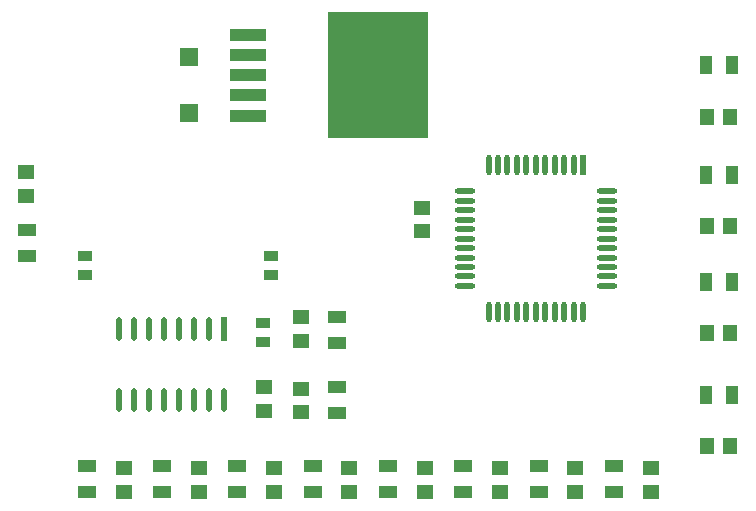
<source format=gtp>
%FSLAX25Y25*%
%MOIN*%
G70*
G01*
G75*
G04 Layer_Color=8421504*
%ADD10R,0.05512X0.04724*%
%ADD11R,0.04921X0.03543*%
%ADD12R,0.33465X0.42126*%
%ADD13R,0.12205X0.04331*%
%ADD14R,0.05906X0.03937*%
%ADD15R,0.05906X0.05906*%
%ADD16R,0.01969X0.07874*%
%ADD17O,0.01969X0.07874*%
%ADD18R,0.03937X0.05906*%
%ADD19R,0.04724X0.05512*%
%ADD20R,0.01969X0.06890*%
%ADD21O,0.01969X0.06890*%
%ADD22O,0.06890X0.01969*%
%ADD23C,0.03937*%
%ADD24C,0.01969*%
%ADD25C,0.01000*%
%ADD26C,0.02362*%
%ADD27C,0.03150*%
%ADD28C,0.01575*%
%ADD29C,0.11811*%
%ADD30C,0.05906*%
%ADD31C,0.06693*%
%ADD32R,0.07087X0.07087*%
%ADD33C,0.07874*%
%ADD34R,0.07087X0.07087*%
%ADD35C,0.07480*%
%ADD36R,0.06693X0.06693*%
%ADD37C,0.10630*%
%ADD38R,0.09843X0.09843*%
%ADD39R,0.09843X0.09843*%
%ADD40C,0.17716*%
%ADD41C,0.04724*%
%ADD42R,0.04724X0.04724*%
G04:AMPARAMS|DCode=43|XSize=98.43mil|YSize=118.11mil|CornerRadius=24.61mil|HoleSize=0mil|Usage=FLASHONLY|Rotation=90.000|XOffset=0mil|YOffset=0mil|HoleType=Round|Shape=RoundedRectangle|*
%AMROUNDEDRECTD43*
21,1,0.09843,0.06890,0,0,90.0*
21,1,0.04921,0.11811,0,0,90.0*
1,1,0.04921,0.03445,0.02461*
1,1,0.04921,0.03445,-0.02461*
1,1,0.04921,-0.03445,-0.02461*
1,1,0.04921,-0.03445,0.02461*
%
%ADD43ROUNDEDRECTD43*%
%ADD44R,0.11811X0.09843*%
%ADD45C,0.04724*%
%ADD46R,0.04724X0.04724*%
%ADD47C,0.06200*%
%ADD48R,0.05906X0.05906*%
%ADD49C,0.01969*%
%ADD50C,0.02362*%
%ADD51R,0.02362X0.05906*%
%ADD52R,0.04724X0.03937*%
%ADD53R,0.04724X0.03543*%
%ADD54R,0.05118X0.03543*%
%ADD55C,0.00787*%
%ADD56C,0.00394*%
%ADD57C,0.00400*%
%ADD58C,0.00500*%
%ADD59C,0.01200*%
%ADD60C,0.00591*%
%ADD61C,0.00600*%
%ADD62C,0.00236*%
%ADD63C,0.00984*%
D10*
X320559Y273031D02*
D03*
Y265158D02*
D03*
X373315Y325000D02*
D03*
Y332874D02*
D03*
X273871Y238213D02*
D03*
Y246087D02*
D03*
X298967Y238213D02*
D03*
Y246087D02*
D03*
X324063Y238213D02*
D03*
Y246087D02*
D03*
X349159Y238213D02*
D03*
Y246087D02*
D03*
X374255Y238213D02*
D03*
Y246087D02*
D03*
X399351Y238213D02*
D03*
Y246087D02*
D03*
X424447Y238213D02*
D03*
Y246087D02*
D03*
X449543Y238213D02*
D03*
Y246087D02*
D03*
X241425Y344685D02*
D03*
Y336811D02*
D03*
X332906Y272606D02*
D03*
Y264732D02*
D03*
Y288606D02*
D03*
Y296480D02*
D03*
D11*
X320472Y288189D02*
D03*
Y294488D02*
D03*
X322921Y310433D02*
D03*
X322921Y316732D02*
D03*
X261110Y310433D02*
D03*
Y316732D02*
D03*
D12*
X358654Y377000D02*
D03*
D13*
X315346Y363598D02*
D03*
Y370299D02*
D03*
Y377000D02*
D03*
Y383701D02*
D03*
Y390402D02*
D03*
D14*
X261638Y246638D02*
D03*
Y237976D02*
D03*
X286734Y246638D02*
D03*
Y237976D02*
D03*
X311830Y246638D02*
D03*
Y237976D02*
D03*
X336926Y246638D02*
D03*
Y237976D02*
D03*
X362022Y246638D02*
D03*
Y237976D02*
D03*
X387118Y246638D02*
D03*
Y237976D02*
D03*
X412214Y246638D02*
D03*
Y237976D02*
D03*
X241740Y325394D02*
D03*
Y316732D02*
D03*
X437310Y246638D02*
D03*
Y237976D02*
D03*
X344905Y273268D02*
D03*
Y264606D02*
D03*
Y287945D02*
D03*
Y296606D02*
D03*
D15*
X295756Y364370D02*
D03*
Y383071D02*
D03*
D16*
X307173Y292323D02*
D03*
D17*
X302173D02*
D03*
X297173D02*
D03*
X292173D02*
D03*
X287173D02*
D03*
X282173D02*
D03*
X277173D02*
D03*
X272173D02*
D03*
Y268701D02*
D03*
X277173D02*
D03*
X282173D02*
D03*
X287173D02*
D03*
X292173D02*
D03*
X297173D02*
D03*
X302173D02*
D03*
X307173D02*
D03*
D18*
X476630Y270521D02*
D03*
X467969D02*
D03*
X476630Y380394D02*
D03*
X467969D02*
D03*
X476630Y308145D02*
D03*
X467969D02*
D03*
X476630Y343769D02*
D03*
X467969D02*
D03*
D19*
X468205Y253394D02*
D03*
X476079D02*
D03*
X468205Y363266D02*
D03*
X476079D02*
D03*
X468205Y291018D02*
D03*
X476079D02*
D03*
X468205Y326642D02*
D03*
X476079D02*
D03*
D20*
X427000Y347000D02*
D03*
D21*
X423850D02*
D03*
X420701D02*
D03*
X417551D02*
D03*
X414402D02*
D03*
X411252D02*
D03*
X408102D02*
D03*
X404953D02*
D03*
X401803D02*
D03*
X398654D02*
D03*
X395504D02*
D03*
X395504Y298181D02*
D03*
X398654D02*
D03*
X401803D02*
D03*
X404953D02*
D03*
X408102D02*
D03*
X411252D02*
D03*
X414402D02*
D03*
X417551D02*
D03*
X420701D02*
D03*
X423850D02*
D03*
X427000D02*
D03*
D22*
X387630Y338339D02*
D03*
Y335189D02*
D03*
Y332039D02*
D03*
Y328890D02*
D03*
Y325740D02*
D03*
Y322590D02*
D03*
Y319441D02*
D03*
Y316291D02*
D03*
Y313142D02*
D03*
X387630Y309992D02*
D03*
Y306842D02*
D03*
X434874D02*
D03*
Y309992D02*
D03*
Y313142D02*
D03*
Y316291D02*
D03*
Y319441D02*
D03*
Y322590D02*
D03*
Y325740D02*
D03*
Y328890D02*
D03*
Y332039D02*
D03*
Y335189D02*
D03*
Y338339D02*
D03*
M02*

</source>
